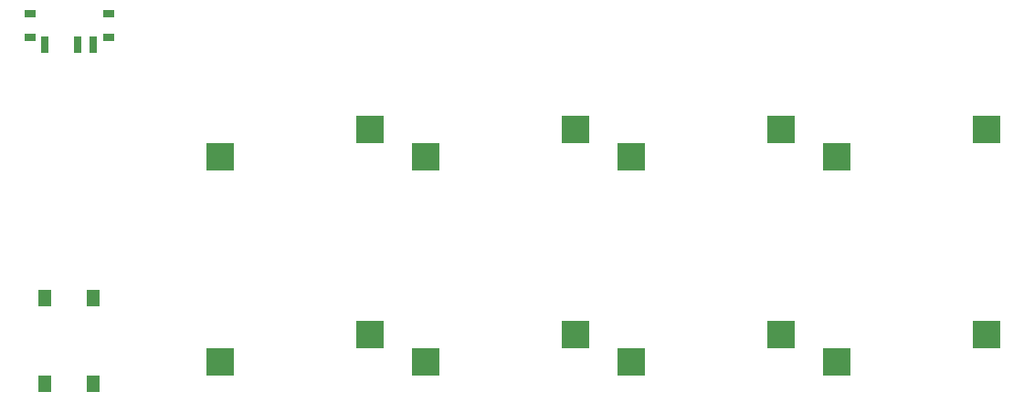
<source format=gbp>
G04 #@! TF.GenerationSoftware,KiCad,Pcbnew,(6.0.7)*
G04 #@! TF.CreationDate,2022-11-12T22:44:30+08:00*
G04 #@! TF.ProjectId,KP08_keypad,4b503038-5f6b-4657-9970-61642e6b6963,1.0*
G04 #@! TF.SameCoordinates,Original*
G04 #@! TF.FileFunction,Paste,Bot*
G04 #@! TF.FilePolarity,Positive*
%FSLAX46Y46*%
G04 Gerber Fmt 4.6, Leading zero omitted, Abs format (unit mm)*
G04 Created by KiCad (PCBNEW (6.0.7)) date 2022-11-12 22:44:30*
%MOMM*%
%LPD*%
G01*
G04 APERTURE LIST*
%ADD10R,2.500000X2.550000*%
%ADD11R,1.000000X0.800000*%
%ADD12R,0.700000X1.500000*%
%ADD13R,1.300000X1.550000*%
G04 APERTURE END LIST*
D10*
X165160000Y-81280000D03*
X179010000Y-78740000D03*
X108010000Y-81280000D03*
X121860000Y-78740000D03*
X165160000Y-100330000D03*
X179010000Y-97790000D03*
X127060000Y-81280000D03*
X140910000Y-78740000D03*
X127060000Y-100330000D03*
X140910000Y-97790000D03*
X146110000Y-100330000D03*
X159960000Y-97790000D03*
X146110000Y-81280000D03*
X159960000Y-78740000D03*
X108010000Y-100330000D03*
X121860000Y-97790000D03*
D11*
X97630000Y-68006000D03*
X90330000Y-68006000D03*
X90330000Y-70216000D03*
X97630000Y-70216000D03*
D12*
X91730000Y-70866000D03*
X94730000Y-70866000D03*
X96230000Y-70866000D03*
D13*
X96230000Y-94450000D03*
X96230000Y-102400000D03*
X91730000Y-102400000D03*
X91730000Y-94450000D03*
M02*

</source>
